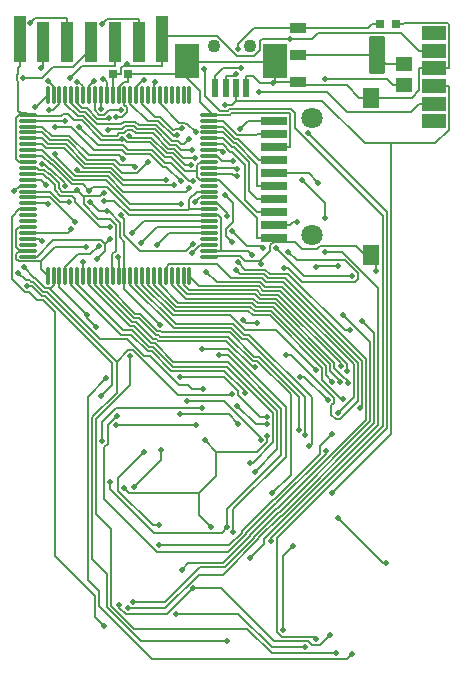
<source format=gbr>
%TF.GenerationSoftware,KiCad,Pcbnew,(6.0.2)*%
%TF.CreationDate,2022-11-22T14:27:25-06:00*%
%TF.ProjectId,REF1936,52454631-3933-4362-9e6b-696361645f70,rev?*%
%TF.SameCoordinates,Original*%
%TF.FileFunction,Copper,L2,Bot*%
%TF.FilePolarity,Positive*%
%FSLAX46Y46*%
G04 Gerber Fmt 4.6, Leading zero omitted, Abs format (unit mm)*
G04 Created by KiCad (PCBNEW (6.0.2)) date 2022-11-22 14:27:25*
%MOMM*%
%LPD*%
G01*
G04 APERTURE LIST*
G04 Aperture macros list*
%AMRoundRect*
0 Rectangle with rounded corners*
0 $1 Rounding radius*
0 $2 $3 $4 $5 $6 $7 $8 $9 X,Y pos of 4 corners*
0 Add a 4 corners polygon primitive as box body*
4,1,4,$2,$3,$4,$5,$6,$7,$8,$9,$2,$3,0*
0 Add four circle primitives for the rounded corners*
1,1,$1+$1,$2,$3*
1,1,$1+$1,$4,$5*
1,1,$1+$1,$6,$7*
1,1,$1+$1,$8,$9*
0 Add four rect primitives between the rounded corners*
20,1,$1+$1,$2,$3,$4,$5,0*
20,1,$1+$1,$4,$5,$6,$7,0*
20,1,$1+$1,$6,$7,$8,$9,0*
20,1,$1+$1,$8,$9,$2,$3,0*%
G04 Aperture macros list end*
%TA.AperFunction,ComponentPad*%
%ADD10R,2.000000X1.200000*%
%TD*%
%TA.AperFunction,SMDPad,CuDef*%
%ADD11R,1.450000X1.150000*%
%TD*%
%TA.AperFunction,SMDPad,CuDef*%
%ADD12R,1.000000X4.000000*%
%TD*%
%TA.AperFunction,SMDPad,CuDef*%
%ADD13R,1.000000X3.500000*%
%TD*%
%TA.AperFunction,SMDPad,CuDef*%
%ADD14R,2.250000X0.800000*%
%TD*%
%TA.AperFunction,SMDPad,CuDef*%
%ADD15R,1.400000X1.800000*%
%TD*%
%TA.AperFunction,ComponentPad*%
%ADD16C,1.800000*%
%TD*%
%TA.AperFunction,SMDPad,CuDef*%
%ADD17R,2.000000X3.000000*%
%TD*%
%TA.AperFunction,SMDPad,CuDef*%
%ADD18R,0.550000X1.630000*%
%TD*%
%TA.AperFunction,ComponentPad*%
%ADD19C,1.100000*%
%TD*%
%TA.AperFunction,SMDPad,CuDef*%
%ADD20R,0.800000X0.800000*%
%TD*%
%TA.AperFunction,SMDPad,CuDef*%
%ADD21RoundRect,0.093000X0.562000X-0.372000X0.562000X0.372000X-0.562000X0.372000X-0.562000X-0.372000X0*%
%TD*%
%TA.AperFunction,SMDPad,CuDef*%
%ADD22RoundRect,0.131000X0.524000X-1.489000X0.524000X1.489000X-0.524000X1.489000X-0.524000X-1.489000X0*%
%TD*%
%TA.AperFunction,SMDPad,CuDef*%
%ADD23RoundRect,0.075000X0.662500X0.075000X-0.662500X0.075000X-0.662500X-0.075000X0.662500X-0.075000X0*%
%TD*%
%TA.AperFunction,SMDPad,CuDef*%
%ADD24RoundRect,0.075000X0.075000X0.662500X-0.075000X0.662500X-0.075000X-0.662500X0.075000X-0.662500X0*%
%TD*%
%TA.AperFunction,ViaPad*%
%ADD25C,0.500000*%
%TD*%
%TA.AperFunction,Conductor*%
%ADD26C,0.200000*%
%TD*%
G04 APERTURE END LIST*
D10*
%TO.P,J5,1,Pin_1*%
%TO.N,/PIC.VPP*%
X169180000Y-74177000D03*
%TO.P,J5,2,Pin_2*%
%TO.N,/VCC*%
X169180000Y-75677000D03*
%TO.P,J5,3,Pin_3*%
%TO.N,/GND*%
X169180000Y-77177000D03*
%TO.P,J5,4,Pin_4*%
%TO.N,/USB.D+*%
X169180000Y-78677000D03*
%TO.P,J5,5,Pin_5*%
%TO.N,/USB.D-*%
X169180000Y-80177000D03*
%TO.P,J5,6,Pin_6*%
%TO.N,unconnected-(J5-Pad6)*%
X169180000Y-81677000D03*
%TD*%
D11*
%TO.P,L2,1,1*%
%TO.N,/VCC*%
X166688500Y-78624000D03*
%TO.P,L2,2,2*%
%TO.N,/VOUT*%
X166687500Y-76838000D03*
%TD*%
D12*
%TO.P,J3,1,Pin_1*%
%TO.N,/VCC*%
X146184000Y-74734000D03*
D13*
%TO.P,J3,2,Pin_2*%
%TO.N,/PIC.RC1*%
X144192000Y-74964000D03*
%TO.P,J3,3,Pin_3*%
%TO.N,/PIC.RC0*%
X142169000Y-74974000D03*
%TO.P,J3,4,Pin_4*%
%TO.N,/PIC.RC3*%
X140144000Y-74969000D03*
%TO.P,J3,5,Pin_5*%
%TO.N,/PIC.RC4*%
X138124000Y-74958000D03*
%TO.P,J3,6,Pin_6*%
%TO.N,/PIC.RC5*%
X136097000Y-74966000D03*
D12*
%TO.P,J3,7,Pin_7*%
%TO.N,/GND*%
X134115000Y-74732000D03*
%TD*%
D14*
%TO.P,J4,1,DAT2*%
%TO.N,/SD.Pin1*%
X155620000Y-81637500D03*
%TO.P,J4,2,DAT3/CD*%
%TO.N,/SD.Pin2*%
X155620000Y-82737500D03*
%TO.P,J4,3,CMD*%
%TO.N,/GND*%
X155620000Y-83837500D03*
%TO.P,J4,4,VDD*%
%TO.N,/SD.Pin4*%
X155620000Y-84937500D03*
%TO.P,J4,5,CLK*%
%TO.N,/VCC*%
X155620000Y-86037500D03*
%TO.P,J4,6,VSS*%
%TO.N,/SD.Pin6*%
X155620000Y-87137500D03*
%TO.P,J4,7,DAT0*%
%TO.N,/SD.Pin7*%
X155620000Y-88237500D03*
%TO.P,J4,8,DAT1*%
%TO.N,/SD.Pin8*%
X155620000Y-89337500D03*
%TO.P,J4,9,DET_B*%
%TO.N,/SD.Pin9*%
X155620000Y-90437500D03*
%TO.P,J4,10,DET_A*%
%TO.N,/GND*%
X155620000Y-91537500D03*
D15*
%TO.P,J4,11,SHIELD*%
X163833000Y-92964500D03*
X163839000Y-79659500D03*
D16*
%TO.P,J4,12*%
%TO.N,N/C*%
X158845000Y-91291500D03*
X158845000Y-81357500D03*
%TD*%
D17*
%TO.P,J2,1,Pin_1*%
%TO.N,/GND*%
X148309000Y-76523200D03*
X155733000Y-76525200D03*
D18*
X153270000Y-78863200D03*
%TO.P,J2,2,Pin_2*%
%TO.N,/USB.D+*%
X152436000Y-78868200D03*
%TO.P,J2,3,Pin_3*%
%TO.N,/USB.D-*%
X151566000Y-78868200D03*
%TO.P,J2,4,Pin_4*%
%TO.N,/USB.5V*%
X150692000Y-78867200D03*
D19*
%TO.P,J2,5*%
%TO.N,N/C*%
X150534835Y-75298800D03*
X153597000Y-75301200D03*
%TD*%
D20*
%TO.P,C7,1*%
%TO.N,/GND*%
X143328000Y-77647000D03*
%TO.P,C7,2*%
%TO.N,/VCC*%
X142019000Y-77646000D03*
%TD*%
%TO.P,C6,1*%
%TO.N,/GND*%
X165943500Y-73402500D03*
%TO.P,C6,2*%
%TO.N,/USB.5V*%
X164634500Y-73401500D03*
%TD*%
D21*
%TO.P,U2,1,GND*%
%TO.N,/GND*%
X157715000Y-78369000D03*
%TO.P,U2,2,VO*%
%TO.N,/VOUT*%
X157715000Y-76079000D03*
D22*
X164405000Y-76079000D03*
D21*
%TO.P,U2,3,VI*%
%TO.N,/USB.5V*%
X157715000Y-73789000D03*
%TD*%
D23*
%TO.P,U6,1,GND*%
%TO.N,/GND*%
X150156000Y-81113000D03*
%TO.P,U6,2,IO67RSB1/GAA2*%
%TO.N,/SD.Pin2*%
X150156000Y-81613000D03*
%TO.P,U6,3,IO68RSB1*%
%TO.N,/SD.Pin4*%
X150156000Y-82113000D03*
%TO.P,U6,4,IO69RSB1/GAB2*%
%TO.N,/SD.Pin6*%
X150156000Y-82613000D03*
%TO.P,U6,5,IO132RSB1*%
%TO.N,/SD.Pin7*%
X150156000Y-83113000D03*
%TO.P,U6,6,IO131RSB1/GAC2*%
%TO.N,/SD.Pin8*%
X150156000Y-83613000D03*
%TO.P,U6,7,IO130RSB1*%
%TO.N,/SD.Pin1*%
X150156000Y-84113000D03*
%TO.P,U6,8,IO129RSB1*%
%TO.N,/SD.Pin9*%
X150156000Y-84613000D03*
%TO.P,U6,9,GND*%
%TO.N,/GND*%
X150156000Y-85113000D03*
%TO.P,U6,10,IO124RSB1/GFB1*%
%TO.N,/Game.CS1*%
X150156000Y-85613000D03*
%TO.P,U6,11,IO123RSB1/GFB0*%
%TO.N,/Game.CS2*%
X150156000Y-86113000D03*
%TO.P,U6,12,VCOMPLF*%
%TO.N,/GND*%
X150156000Y-86613000D03*
%TO.P,U6,13,IO122RSB1/GFA0*%
%TO.N,unconnected-(U6-Pad13)*%
X150156000Y-87113000D03*
%TO.P,U6,14,VCCPLF*%
%TO.N,/Actel.VCC*%
X150156000Y-87613000D03*
%TO.P,U6,15,IO121RSB1/GFA1*%
%TO.N,/PIC.RC6*%
X150156000Y-88113000D03*
%TO.P,U6,16,IO120RSB1/GFA2*%
%TO.N,/PIC.RC7*%
X150156000Y-88613000D03*
%TO.P,U6,17,VCC*%
%TO.N,/Actel.VCC*%
X150156000Y-89113000D03*
%TO.P,U6,18,VCCIB1*%
%TO.N,/VCC*%
X150156000Y-89613000D03*
%TO.P,U6,19,IO111RSB1/GEC0*%
%TO.N,/PIC.RB6*%
X150156000Y-90113000D03*
%TO.P,U6,20,IO110RSB1/GEB1*%
%TO.N,/PIC.RB4*%
X150156000Y-90613000D03*
%TO.P,U6,21,IO109RSB1/GEB1*%
%TO.N,/PIC.RC2*%
X150156000Y-91113000D03*
%TO.P,U6,22,IO108RSB1/GEA1*%
%TO.N,unconnected-(U6-Pad22)*%
X150156000Y-91613000D03*
%TO.P,U6,23,IO107RSB1/GEA0*%
%TO.N,/PIC.CLKOUT*%
X150156000Y-92113000D03*
%TO.P,U6,24,VMV1*%
%TO.N,/VCC*%
X150156000Y-92613000D03*
%TO.P,U6,25,GNDQ*%
%TO.N,/GND*%
X150156000Y-93113000D03*
D24*
%TO.P,U6,26,IO106RSB1/GEA2*%
%TO.N,/SST.A2*%
X148493500Y-94775500D03*
%TO.P,U6,27,IO105RSB1/GEB2*%
%TO.N,/SST.A3*%
X147993500Y-94775500D03*
%TO.P,U6,28,IO104RSB1/GEC2*%
%TO.N,/SST.A4*%
X147493500Y-94775500D03*
%TO.P,U6,29,IO102RSB1*%
%TO.N,/SST.A5*%
X146993500Y-94775500D03*
%TO.P,U6,30,IO100RSB1*%
%TO.N,/SST.A6*%
X146493500Y-94775500D03*
%TO.P,U6,31,IO99RSB1*%
%TO.N,/SST.A7*%
X145993500Y-94775500D03*
%TO.P,U6,32,IO97RSB1*%
%TO.N,/SST.A8*%
X145493500Y-94775500D03*
%TO.P,U6,33,IO96RSB1*%
%TO.N,/SST.A18*%
X144993500Y-94775500D03*
%TO.P,U6,34,IO95RSB1*%
%TO.N,/SST.A19*%
X144493500Y-94775500D03*
%TO.P,U6,35,IO94RSB1*%
%TO.N,/SST.WE*%
X143993500Y-94775500D03*
%TO.P,U6,36,IO93RSB1*%
%TO.N,/SST.A20*%
X143493500Y-94775500D03*
%TO.P,U6,37,VCC*%
%TO.N,/Actel.VCC*%
X142993500Y-94775500D03*
%TO.P,U6,38,GND*%
%TO.N,/GND*%
X142493500Y-94775500D03*
%TO.P,U6,39,VCCIB1*%
%TO.N,/VCC*%
X141993500Y-94775500D03*
%TO.P,U6,40,IO87RSB1*%
%TO.N,/SST.A9*%
X141493500Y-94775500D03*
%TO.P,U6,41,IO84RSB1*%
%TO.N,/SST.A10*%
X140993500Y-94775500D03*
%TO.P,U6,42,IO81RSB1*%
%TO.N,/SST.A11*%
X140493500Y-94775500D03*
%TO.P,U6,43,IO75RSB1*%
%TO.N,/SST.A12*%
X139993500Y-94775500D03*
%TO.P,U6,44,IO72RSB1/GDC2*%
%TO.N,/SST.A13*%
X139493500Y-94775500D03*
%TO.P,U6,45,IO71RSB1/GDB2*%
%TO.N,/SST.A14*%
X138993500Y-94775500D03*
%TO.P,U6,46,IO70RSB1/GDA2*%
%TO.N,/SST.A15*%
X138493500Y-94775500D03*
%TO.P,U6,47,TCK*%
%TO.N,/PIC.RC1*%
X137993500Y-94775500D03*
%TO.P,U6,48,TDI*%
%TO.N,/PIC.RC0*%
X137493500Y-94775500D03*
%TO.P,U6,49,TMS*%
%TO.N,/PIC.RC3*%
X136993500Y-94775500D03*
%TO.P,U6,50,VMV1*%
%TO.N,/VCC*%
X136493500Y-94775500D03*
D23*
%TO.P,U6,51,GND*%
%TO.N,/GND*%
X134831000Y-93113000D03*
%TO.P,U6,52,VPUMP*%
%TO.N,/VCC*%
X134831000Y-92613000D03*
%TO.P,U6,53*%
%TO.N,N/C*%
X134831000Y-92113000D03*
%TO.P,U6,54,TDO*%
%TO.N,/PIC.RC4*%
X134831000Y-91613000D03*
%TO.P,U6,55,TRST*%
%TO.N,/PIC.RC5*%
X134831000Y-91113000D03*
%TO.P,U6,56,VJTAG*%
%TO.N,/VCC*%
X134831000Y-90613000D03*
%TO.P,U6,57,GDA1/IO65RSB0*%
%TO.N,unconnected-(U6-Pad57)*%
X134831000Y-90113000D03*
%TO.P,U6,58,GDC0/IO62RSB0*%
%TO.N,unconnected-(U6-Pad58)*%
X134831000Y-89613000D03*
%TO.P,U6,59,GDC1/IO61RSB0*%
%TO.N,/CLK*%
X134831000Y-89113000D03*
%TO.P,U6,60,GCC2/IO59RSB0*%
%TO.N,/Sys.CS1*%
X134831000Y-88613000D03*
%TO.P,U6,61,GCB2/IO58RSB0*%
%TO.N,/Sys.Reset*%
X134831000Y-88113000D03*
%TO.P,U6,62,GCA0/IO56RSB0*%
%TO.N,/Sys.CS2*%
X134831000Y-87613000D03*
%TO.P,U6,63,GCA1/IO55RSB0*%
%TO.N,/D0*%
X134831000Y-87113000D03*
%TO.P,U6,64,GCC0/IO52RSB0*%
%TO.N,/D1*%
X134831000Y-86613000D03*
%TO.P,U6,65,GCC1/IO51RSB0*%
%TO.N,/D2*%
X134831000Y-86113000D03*
%TO.P,U6,66,VCCIB0*%
%TO.N,/VCC*%
X134831000Y-85613000D03*
%TO.P,U6,67,GND*%
%TO.N,/GND*%
X134831000Y-85113000D03*
%TO.P,U6,68,VCC*%
%TO.N,/Actel.VCC*%
X134831000Y-84613000D03*
%TO.P,U6,69,IO47RSB1*%
%TO.N,/D3*%
X134831000Y-84113000D03*
%TO.P,U6,70,GBC2/IO45RSB0*%
%TO.N,/D4*%
X134831000Y-83613000D03*
%TO.P,U6,71,GBB2/IO43RSB0*%
%TO.N,/D5*%
X134831000Y-83113000D03*
%TO.P,U6,72,IO42RSB0*%
%TO.N,/D6*%
X134831000Y-82613000D03*
%TO.P,U6,73,GBA2/IO41RSB0*%
%TO.N,/D7*%
X134831000Y-82113000D03*
%TO.P,U6,74,VMV0*%
%TO.N,/VCC*%
X134831000Y-81613000D03*
%TO.P,U6,75,GNDQ*%
%TO.N,/GND*%
X134831000Y-81113000D03*
D24*
%TO.P,U6,76,GBA1/IO40RSB0*%
%TO.N,/SST.DQ7*%
X136493500Y-79450500D03*
%TO.P,U6,77,GBA0/IO39RSB0*%
%TO.N,/SST.DQ6*%
X136993500Y-79450500D03*
%TO.P,U6,78,GBB1/IO38RSB0*%
%TO.N,/SST.DQ5*%
X137493500Y-79450500D03*
%TO.P,U6,79,GBB0/IO37RSB0*%
%TO.N,/SST.DQ4*%
X137993500Y-79450500D03*
%TO.P,U6,80,GBC1/IO36RSB0*%
%TO.N,/SST.DQ3*%
X138493500Y-79450500D03*
%TO.P,U6,81,GBC0/IO35RSB0*%
%TO.N,/SST.DQ2*%
X138993500Y-79450500D03*
%TO.P,U6,82,IO32RSB0*%
%TO.N,/SST.DQ1*%
X139493500Y-79450500D03*
%TO.P,U6,83,IO28RSB0*%
%TO.N,/SST.DQ0*%
X139993500Y-79450500D03*
%TO.P,U6,84,IO25RSB0*%
%TO.N,/SST.OE*%
X140493500Y-79450500D03*
%TO.P,U6,85,IO22RSB0*%
%TO.N,/SST.CE*%
X140993500Y-79450500D03*
%TO.P,U6,86,IO19RSB0*%
%TO.N,/SST.A1*%
X141493500Y-79450500D03*
%TO.P,U6,87,VCCIB0*%
%TO.N,/VCC*%
X141993500Y-79450500D03*
%TO.P,U6,88,GND*%
%TO.N,/GND*%
X142493500Y-79450500D03*
%TO.P,U6,89,VCC*%
%TO.N,/Actel.VCC*%
X142993500Y-79450500D03*
%TO.P,U6,90,IO15RSB0*%
%TO.N,/SST.A0*%
X143493500Y-79450500D03*
%TO.P,U6,91,IO13RSB0*%
%TO.N,/SST.A17*%
X143993500Y-79450500D03*
%TO.P,U6,92,IO11RSB0*%
%TO.N,/SST.A16*%
X144493500Y-79450500D03*
%TO.P,U6,93,IO09RSB0*%
%TO.N,unconnected-(U6-Pad93)*%
X144993500Y-79450500D03*
%TO.P,U6,94,IO07RSB0*%
%TO.N,/IRQ*%
X145493500Y-79450500D03*
%TO.P,U6,95,GAC1/IO05RSB0*%
%TO.N,/Game.Reset*%
X145993500Y-79450500D03*
%TO.P,U6,96,GAC0/IO04RSB0*%
%TO.N,unconnected-(U6-Pad96)*%
X146493500Y-79450500D03*
%TO.P,U6,97,GAB1/IO03RSB0*%
%TO.N,unconnected-(U6-Pad97)*%
X146993500Y-79450500D03*
%TO.P,U6,98,GAB0/IO02RSB0*%
%TO.N,unconnected-(U6-Pad98)*%
X147493500Y-79450500D03*
%TO.P,U6,99,GAA1/IO01RSB0*%
%TO.N,unconnected-(U6-Pad99)*%
X147993500Y-79450500D03*
%TO.P,U6,100,GAA0/IO00RSB0*%
%TO.N,unconnected-(U6-Pad100)*%
X148493500Y-79450500D03*
%TD*%
D25*
%TO.N,/N{slash}C*%
X143691100Y-122365600D03*
X161509800Y-98057900D03*
%TO.N,/PIC.VPP*%
X152532300Y-105745500D03*
X155084600Y-107315200D03*
X157823800Y-103299800D03*
X160186800Y-105278800D03*
%TO.N,/USB.D-*%
X154349500Y-79179800D03*
X160047300Y-109614500D03*
X142339800Y-106631300D03*
X152455000Y-77651500D03*
%TO.N,/USB.D+*%
X144659400Y-109655100D03*
X145904200Y-115839500D03*
X145904200Y-117555800D03*
X160541000Y-108110600D03*
X160536500Y-113167900D03*
X151542500Y-80258200D03*
%TO.N,/USB.5V*%
X152635100Y-75528200D03*
X152885900Y-77127500D03*
%TO.N,/Game.Reset*%
X149011900Y-82607700D03*
%TO.N,/IRQ*%
X145615500Y-78306600D03*
X143412200Y-82884000D03*
X148641400Y-85381400D03*
X151500100Y-87886600D03*
X152081800Y-91892400D03*
X152427100Y-94261500D03*
X147844300Y-119616600D03*
%TO.N,/SST.A16*%
X147859500Y-82269200D03*
X157987900Y-86628600D03*
X159955700Y-89822500D03*
X159977500Y-92710900D03*
X153639000Y-118649400D03*
%TO.N,/SST.A17*%
X144657800Y-78165200D03*
X149736600Y-77218500D03*
X155375700Y-117160500D03*
X153030800Y-98468900D03*
X154182200Y-98732100D03*
%TO.N,/SST.A0*%
X147466200Y-82795600D03*
%TO.N,/SST.A1*%
X141210300Y-78088600D03*
%TO.N,/SST.CE*%
X141042800Y-80589600D03*
%TO.N,/SST.OE*%
X142661100Y-80684400D03*
%TO.N,/SST.DQ0*%
X140440500Y-78212500D03*
%TO.N,/SST.DQ1*%
X139005500Y-78300500D03*
X139173600Y-82115500D03*
X148828500Y-86756100D03*
X152605700Y-93605600D03*
X162104300Y-99359900D03*
%TO.N,/SST.DQ2*%
X162234900Y-94745100D03*
X155855100Y-92413000D03*
X148717300Y-84091200D03*
X141591400Y-82382200D03*
X141665300Y-81381900D03*
%TO.N,/SST.DQ3*%
X148448900Y-83133000D03*
%TO.N,/SST.DQ4*%
X148996700Y-84734800D03*
%TO.N,/SST.DQ5*%
X136600900Y-80703700D03*
X137090800Y-84463300D03*
X154760100Y-92410200D03*
X152122100Y-90995500D03*
X148454600Y-87334000D03*
%TO.N,/SST.DQ6*%
X156639000Y-101482200D03*
X149906800Y-94383700D03*
X147752300Y-86734100D03*
X137138000Y-82137800D03*
X136530800Y-78290200D03*
%TO.N,/SST.DQ7*%
X135385900Y-80472800D03*
X135985200Y-85267400D03*
X137926700Y-87117300D03*
X139005100Y-85790900D03*
X147197000Y-87101000D03*
X147665400Y-103310600D03*
X155084600Y-106665100D03*
%TO.N,/D7*%
X141463700Y-103424900D03*
X162266700Y-126742900D03*
X142841900Y-84872900D03*
%TO.N,/D6*%
X160902300Y-126662100D03*
X143496800Y-101555600D03*
X143866700Y-85523500D03*
%TO.N,/D5*%
X158530000Y-82672300D03*
X159236700Y-125536400D03*
X144998800Y-85104400D03*
%TO.N,/D4*%
X146471800Y-86599900D03*
X147661600Y-106476100D03*
X152596300Y-107268000D03*
%TO.N,/D3*%
X148250000Y-105358800D03*
X154526800Y-108665400D03*
X157249000Y-117658300D03*
X156416200Y-124754600D03*
X147769400Y-88698300D03*
%TO.N,/D2*%
X141757300Y-90618000D03*
X142673900Y-89624600D03*
X148755000Y-92060500D03*
X149565700Y-100959200D03*
X152219500Y-116456800D03*
%TO.N,/D1*%
X151716200Y-116032500D03*
X136339200Y-87037200D03*
X141787200Y-112207100D03*
X150997800Y-101464200D03*
%TO.N,/D0*%
X133664100Y-87571300D03*
X134003600Y-94485900D03*
X151693700Y-125707900D03*
X152138800Y-104733300D03*
%TO.N,/Sys.CS2*%
X138336700Y-88467700D03*
%TO.N,/Sys.Reset*%
X138832800Y-90170200D03*
%TO.N,/Sys.CS1*%
X136526800Y-88639400D03*
%TO.N,/CLK*%
X163127000Y-98555400D03*
X143272700Y-122866900D03*
X141226700Y-124384800D03*
%TO.N,/PIC.RC5*%
X135886000Y-77177100D03*
X138482700Y-90820400D03*
X141109900Y-108739200D03*
X149591300Y-105961500D03*
%TO.N,/PIC.RC4*%
X135973600Y-91789200D03*
X135018100Y-73377400D03*
X134775500Y-95623000D03*
X149009400Y-107356500D03*
X142281200Y-107399000D03*
X141044100Y-104943100D03*
%TO.N,/PIC.RC3*%
X134475000Y-94029700D03*
X134373100Y-77992000D03*
X149602000Y-104320600D03*
%TO.N,/PIC.RC0*%
X139851400Y-98027400D03*
X138393200Y-77990000D03*
X140589400Y-99061000D03*
%TO.N,/PIC.RC1*%
X141067500Y-73409700D03*
X140820000Y-92208200D03*
%TO.N,/SST.A15*%
X153168400Y-104645700D03*
%TO.N,/SST.A14*%
X153616900Y-110556700D03*
%TO.N,/SST.A13*%
X139458500Y-93611400D03*
X158306700Y-126213400D03*
X147344200Y-123367400D03*
%TO.N,/SST.A12*%
X154054500Y-111330500D03*
%TO.N,/SST.A11*%
X154026700Y-102488800D03*
%TO.N,/SST.A10*%
X155505000Y-113167400D03*
%TO.N,/SST.A9*%
X157762000Y-107787800D03*
%TO.N,/SST.A20*%
X158279700Y-108207000D03*
%TO.N,/SST.WE*%
X158639000Y-109183800D03*
%TO.N,/SST.A19*%
X159206100Y-102735500D03*
%TO.N,/SST.A18*%
X161517400Y-105154800D03*
%TO.N,/SST.A8*%
X160596600Y-103711500D03*
%TO.N,/SST.A7*%
X161246800Y-103733200D03*
%TO.N,/SST.A6*%
X162912600Y-105918600D03*
%TO.N,/SST.A5*%
X161897000Y-103804400D03*
%TO.N,/SST.A4*%
X161319400Y-102404100D03*
%TO.N,/SST.A3*%
X161862300Y-102780700D03*
%TO.N,/SST.A2*%
X161044200Y-106355900D03*
X161044200Y-115263900D03*
X165179400Y-119065900D03*
%TO.N,/PIC.CLKOUT*%
X148750100Y-92787800D03*
%TO.N,/PIC.RC2*%
X145724100Y-92112500D03*
%TO.N,/PIC.RB4*%
X144387100Y-91975100D03*
%TO.N,/PIC.RB6*%
X143631000Y-91152600D03*
%TO.N,/VCC*%
X142966100Y-112717600D03*
X150299500Y-115992100D03*
X159408900Y-86870400D03*
X156992900Y-74684300D03*
X155084600Y-108303700D03*
X153804500Y-92961600D03*
X141257400Y-88375600D03*
X141257400Y-87718900D03*
X161073000Y-93911300D03*
X159238800Y-93986200D03*
X139748900Y-92337400D03*
X137990500Y-81626300D03*
X138962500Y-87506800D03*
X143201300Y-76842700D03*
X149772600Y-108677900D03*
X160009000Y-78115000D03*
%TO.N,/PIC.RC7*%
X151703100Y-89662700D03*
%TO.N,/PIC.RC6*%
X149007500Y-88535900D03*
%TO.N,/Actel.VCC*%
X142315500Y-81311000D03*
X141513300Y-89301700D03*
X140092400Y-88529700D03*
X140024300Y-87529400D03*
X145991000Y-98903600D03*
X146121600Y-109468200D03*
X143807100Y-112623800D03*
%TO.N,/Game.CS2*%
X152534900Y-86327200D03*
X156870600Y-92721300D03*
X156502000Y-94098200D03*
%TO.N,/Game.CS1*%
X152481000Y-85677000D03*
%TO.N,/SD.Pin9*%
X152185500Y-85026800D03*
X157606700Y-90178200D03*
%TO.N,/SD.Pin1*%
X151314300Y-84292700D03*
X152742300Y-82325700D03*
%TO.N,/GND*%
X155568800Y-78426400D03*
X160408000Y-125164500D03*
X148830600Y-121193300D03*
X142565400Y-122654600D03*
X142767600Y-83159100D03*
X141755700Y-91646100D03*
X140641200Y-93349200D03*
X154582900Y-93709700D03*
X142466200Y-93132600D03*
X164300800Y-94298000D03*
%TD*%
D26*
%TO.N,/N{slash}C*%
X163797500Y-100345600D02*
X161509800Y-98057900D01*
X163797500Y-107067500D02*
X163797500Y-100345600D01*
X156147200Y-114717800D02*
X163797500Y-107067500D01*
X156077000Y-114717800D02*
X156147200Y-114717800D01*
X153966800Y-116828000D02*
X156077000Y-114717800D01*
X153966800Y-116920200D02*
X153966800Y-116828000D01*
X151484200Y-119402800D02*
X153966800Y-116920200D01*
X149418500Y-119402800D02*
X151484200Y-119402800D01*
X146455700Y-122365600D02*
X149418500Y-119402800D01*
X143691100Y-122365600D02*
X146455700Y-122365600D01*
%TO.N,/PIC.VPP*%
X154102000Y-107315200D02*
X152532300Y-105745500D01*
X155084600Y-107315200D02*
X154102000Y-107315200D01*
X158207800Y-103299800D02*
X157823800Y-103299800D01*
X160186800Y-105278800D02*
X158207800Y-103299800D01*
%TO.N,/USB.D-*%
X169180000Y-80177000D02*
X167929900Y-80177000D01*
X167242500Y-80864400D02*
X167929900Y-80177000D01*
X161842500Y-80864400D02*
X167242500Y-80864400D01*
X160157900Y-79179800D02*
X161842500Y-80864400D01*
X154349500Y-79179800D02*
X160157900Y-79179800D01*
X151566000Y-78868200D02*
X151566000Y-77803100D01*
X152303400Y-77803100D02*
X152455000Y-77651500D01*
X151566000Y-77803100D02*
X152303400Y-77803100D01*
X160047300Y-109827500D02*
X160047300Y-109614500D01*
X155857200Y-114017600D02*
X160047300Y-109827500D01*
X155787000Y-114017600D02*
X155857200Y-114017600D01*
X153266600Y-116538000D02*
X155787000Y-114017600D01*
X153266600Y-116630200D02*
X153266600Y-116538000D01*
X151778700Y-118118100D02*
X153266600Y-116630200D01*
X145741200Y-118118100D02*
X151778700Y-118118100D01*
X141285400Y-113662300D02*
X145741200Y-118118100D01*
X141285400Y-109271000D02*
X141285400Y-113662300D01*
X141610000Y-108946400D02*
X141285400Y-109271000D01*
X141610000Y-107361100D02*
X141610000Y-108946400D01*
X142339800Y-106631300D02*
X141610000Y-107361100D01*
%TO.N,/USB.D+*%
X169180000Y-78677000D02*
X170430100Y-78677000D01*
X145372700Y-115839500D02*
X145904200Y-115839500D01*
X142466000Y-112932800D02*
X145372700Y-115839500D01*
X142466000Y-111848500D02*
X142466000Y-112932800D01*
X144659400Y-109655100D02*
X142466000Y-111848500D01*
X159521800Y-109129800D02*
X160541000Y-108110600D01*
X159521800Y-109857900D02*
X159521800Y-109129800D01*
X155712200Y-113667500D02*
X159521800Y-109857900D01*
X155640900Y-113667500D02*
X155712200Y-113667500D01*
X152916500Y-116391900D02*
X155640900Y-113667500D01*
X152916500Y-116484700D02*
X152916500Y-116391900D01*
X151845400Y-117555800D02*
X152916500Y-116484700D01*
X145904200Y-117555800D02*
X151845400Y-117555800D01*
X152436000Y-78868200D02*
X152436000Y-79933300D01*
X165548000Y-108156400D02*
X165548000Y-83543100D01*
X160536500Y-113167900D02*
X165548000Y-108156400D01*
X169267600Y-83543100D02*
X165548000Y-83543100D01*
X170430100Y-82380600D02*
X169267600Y-83543100D01*
X170430100Y-78677000D02*
X170430100Y-82380600D01*
X159745000Y-79933300D02*
X152436000Y-79933300D01*
X163354800Y-83543100D02*
X159745000Y-79933300D01*
X165548000Y-83543100D02*
X163354800Y-83543100D01*
X152111100Y-80258200D02*
X152436000Y-79933300D01*
X151542500Y-80258200D02*
X152111100Y-80258200D01*
%TO.N,/USB.5V*%
X150692000Y-78867200D02*
X150692000Y-77802100D01*
X151366600Y-77127500D02*
X150692000Y-77802100D01*
X152885900Y-77127500D02*
X151366600Y-77127500D01*
X153927700Y-73789000D02*
X157715000Y-73789000D01*
X152635100Y-75081600D02*
X153927700Y-73789000D01*
X152635100Y-75528200D02*
X152635100Y-75081600D01*
X163596900Y-73789000D02*
X163984400Y-73401500D01*
X157715000Y-73789000D02*
X163596900Y-73789000D01*
X164634500Y-73401500D02*
X163984400Y-73401500D01*
%TO.N,/VOUT*%
X157715000Y-76079000D02*
X164405000Y-76079000D01*
X165164000Y-76838000D02*
X166687500Y-76838000D01*
X164405000Y-76079000D02*
X165164000Y-76838000D01*
%TO.N,/Game.Reset*%
X145993500Y-80156000D02*
X145993500Y-79450500D01*
X147629500Y-81792000D02*
X145993500Y-80156000D01*
X147652400Y-81769100D02*
X147629500Y-81792000D01*
X148066700Y-81769100D02*
X147652400Y-81769100D01*
X148166600Y-81869000D02*
X148066700Y-81769100D01*
X148273200Y-81869000D02*
X148166600Y-81869000D01*
X149011900Y-82607700D02*
X148273200Y-81869000D01*
%TO.N,/IRQ*%
X145493500Y-78428600D02*
X145615500Y-78306600D01*
X145493500Y-79450500D02*
X145493500Y-78428600D01*
X152203300Y-88589800D02*
X151500100Y-87886600D01*
X152203300Y-90162900D02*
X152203300Y-88589800D01*
X151581900Y-90784300D02*
X152203300Y-90162900D01*
X151581900Y-91392500D02*
X151581900Y-90784300D01*
X152081800Y-91892400D02*
X151581900Y-91392500D01*
X143573800Y-83045600D02*
X143412200Y-82884000D01*
X145270600Y-83045600D02*
X143573800Y-83045600D01*
X146571100Y-84346100D02*
X145270600Y-83045600D01*
X147066200Y-84346100D02*
X146571100Y-84346100D01*
X148101500Y-85381400D02*
X147066200Y-84346100D01*
X148641400Y-85381400D02*
X148101500Y-85381400D01*
X152740300Y-94574700D02*
X152427100Y-94261500D01*
X154786200Y-94574700D02*
X152740300Y-94574700D01*
X155160000Y-94948500D02*
X154786200Y-94574700D01*
X156582300Y-94948500D02*
X155160000Y-94948500D01*
X163447400Y-101813600D02*
X156582300Y-94948500D01*
X163447400Y-106922500D02*
X163447400Y-101813600D01*
X156002200Y-114367700D02*
X163447400Y-106922500D01*
X155932000Y-114367700D02*
X156002200Y-114367700D01*
X153616700Y-116683000D02*
X155932000Y-114367700D01*
X153616700Y-116775200D02*
X153616700Y-116683000D01*
X151339200Y-119052700D02*
X153616700Y-116775200D01*
X148408200Y-119052700D02*
X151339200Y-119052700D01*
X147844300Y-119616600D02*
X148408200Y-119052700D01*
%TO.N,/SST.A16*%
X144493500Y-80169300D02*
X144493500Y-79450500D01*
X145619300Y-81295100D02*
X144493500Y-80169300D01*
X145995600Y-81295100D02*
X145619300Y-81295100D01*
X147069600Y-82369100D02*
X145995600Y-81295100D01*
X147185500Y-82369100D02*
X147069600Y-82369100D01*
X147259100Y-82295500D02*
X147185500Y-82369100D01*
X147673400Y-82295500D02*
X147259100Y-82295500D01*
X147747000Y-82369100D02*
X147673400Y-82295500D01*
X147759600Y-82369100D02*
X147747000Y-82369100D01*
X147859500Y-82269200D02*
X147759600Y-82369100D01*
X154805900Y-117482500D02*
X153639000Y-118649400D01*
X154806000Y-117482500D02*
X154805900Y-117482500D01*
X154806000Y-117017900D02*
X154806000Y-117482500D01*
X156405900Y-115418000D02*
X154806000Y-117017900D01*
X156437200Y-115418000D02*
X156405900Y-115418000D01*
X164497700Y-107357500D02*
X156437200Y-115418000D01*
X164497700Y-95768600D02*
X164497700Y-107357500D01*
X161440000Y-92710900D02*
X164497700Y-95768600D01*
X159977500Y-92710900D02*
X161440000Y-92710900D01*
X159955700Y-88596400D02*
X159955700Y-89822500D01*
X157987900Y-86628600D02*
X159955700Y-88596400D01*
%TO.N,/SST.A17*%
X144565500Y-78165200D02*
X144657800Y-78165200D01*
X143993500Y-78737200D02*
X144565500Y-78165200D01*
X143993500Y-79450500D02*
X143993500Y-78737200D01*
X149810600Y-77292500D02*
X149736600Y-77218500D01*
X149810600Y-79484000D02*
X149810600Y-77292500D01*
X151084900Y-80758300D02*
X149810600Y-79484000D01*
X151749700Y-80758300D02*
X151084900Y-80758300D01*
X151874600Y-80633400D02*
X151749700Y-80758300D01*
X157095000Y-80633400D02*
X151874600Y-80633400D01*
X157396200Y-80934600D02*
X157095000Y-80633400D01*
X157396200Y-82245700D02*
X157396200Y-80934600D01*
X164847800Y-89697300D02*
X157396200Y-82245700D01*
X164847800Y-107502500D02*
X164847800Y-89697300D01*
X155375700Y-116974600D02*
X164847800Y-107502500D01*
X155375700Y-117160500D02*
X155375700Y-116974600D01*
X153294000Y-98732100D02*
X153030800Y-98468900D01*
X154182200Y-98732100D02*
X153294000Y-98732100D01*
%TO.N,/SST.A0*%
X143493500Y-80160800D02*
X143493500Y-79450500D01*
X144977900Y-81645200D02*
X143493500Y-80160800D01*
X145850600Y-81645200D02*
X144977900Y-81645200D01*
X147151100Y-82945700D02*
X145850600Y-81645200D01*
X147466200Y-82945700D02*
X147151100Y-82945700D01*
X147466200Y-82795600D02*
X147466200Y-82945700D01*
%TO.N,/SST.A1*%
X141493500Y-78371800D02*
X141210300Y-78088600D01*
X141493500Y-79450500D02*
X141493500Y-78371800D01*
%TO.N,/SST.CE*%
X140993500Y-80540300D02*
X141042800Y-80589600D01*
X140993500Y-79450500D02*
X140993500Y-80540300D01*
%TO.N,/SST.OE*%
X140493500Y-80747700D02*
X140493500Y-79450500D01*
X140839600Y-81093800D02*
X140493500Y-80747700D01*
X141245900Y-81093800D02*
X140839600Y-81093800D01*
X141655300Y-80684400D02*
X141245900Y-81093800D01*
X142661100Y-80684400D02*
X141655300Y-80684400D01*
%TO.N,/SST.DQ0*%
X139993500Y-78659500D02*
X140440500Y-78212500D01*
X139993500Y-79450500D02*
X139993500Y-78659500D01*
%TO.N,/SST.DQ1*%
X139075400Y-78300500D02*
X139005500Y-78300500D01*
X139493500Y-78718600D02*
X139075400Y-78300500D01*
X139493500Y-79450500D02*
X139493500Y-78718600D01*
X153224700Y-94224600D02*
X152605700Y-93605600D01*
X154931200Y-94224600D02*
X153224700Y-94224600D01*
X155305000Y-94598400D02*
X154931200Y-94224600D01*
X156872400Y-94598400D02*
X155305000Y-94598400D01*
X161633900Y-99359900D02*
X156872400Y-94598400D01*
X162104300Y-99359900D02*
X161633900Y-99359900D01*
X148486000Y-86756100D02*
X148828500Y-86756100D01*
X146900000Y-85170100D02*
X148486000Y-86756100D01*
X146404900Y-85170100D02*
X146900000Y-85170100D01*
X145330600Y-84095800D02*
X146404900Y-85170100D01*
X143267400Y-84095800D02*
X145330600Y-84095800D01*
X142830900Y-83659300D02*
X143267400Y-84095800D01*
X140717400Y-83659300D02*
X142830900Y-83659300D01*
X139173600Y-82115500D02*
X140717400Y-83659300D01*
%TO.N,/SST.DQ2*%
X158187200Y-94745100D02*
X162234900Y-94745100D01*
X155855100Y-92413000D02*
X158187200Y-94745100D01*
X138993500Y-80156000D02*
X138993500Y-79450500D01*
X139382300Y-80544800D02*
X138993500Y-80156000D01*
X139795500Y-80544800D02*
X139382300Y-80544800D01*
X140694800Y-81444100D02*
X139795500Y-80544800D01*
X141603100Y-81444100D02*
X140694800Y-81444100D01*
X141665300Y-81381900D02*
X141603100Y-81444100D01*
X141664700Y-82308900D02*
X141591400Y-82382200D01*
X142785000Y-82308900D02*
X141664700Y-82308900D01*
X143060100Y-82033800D02*
X142785000Y-82308900D01*
X143764400Y-82033800D02*
X143060100Y-82033800D01*
X144076000Y-82345400D02*
X143764400Y-82033800D01*
X145560600Y-82345400D02*
X144076000Y-82345400D01*
X146861100Y-83645900D02*
X145560600Y-82345400D01*
X147356200Y-83645900D02*
X146861100Y-83645900D01*
X147801500Y-84091200D02*
X147356200Y-83645900D01*
X148717300Y-84091200D02*
X147801500Y-84091200D01*
%TO.N,/SST.DQ3*%
X138493500Y-80151100D02*
X138493500Y-79450500D01*
X139237300Y-80894900D02*
X138493500Y-80151100D01*
X139650500Y-80894900D02*
X139237300Y-80894900D01*
X140637600Y-81882000D02*
X139650500Y-80894900D01*
X142716800Y-81882000D02*
X140637600Y-81882000D01*
X142915100Y-81683700D02*
X142716800Y-81882000D01*
X143909400Y-81683700D02*
X142915100Y-81683700D01*
X144221000Y-81995300D02*
X143909400Y-81683700D01*
X145705600Y-81995300D02*
X144221000Y-81995300D01*
X147006100Y-83295800D02*
X145705600Y-81995300D01*
X147501200Y-83295800D02*
X147006100Y-83295800D01*
X147783800Y-83578400D02*
X147501200Y-83295800D01*
X148003500Y-83578400D02*
X147783800Y-83578400D01*
X148448900Y-83133000D02*
X148003500Y-83578400D01*
%TO.N,/SST.DQ4*%
X137993500Y-80188800D02*
X137993500Y-79450500D01*
X139049700Y-81245000D02*
X137993500Y-80188800D01*
X139505500Y-81245000D02*
X139049700Y-81245000D01*
X141142800Y-82882300D02*
X139505500Y-81245000D01*
X142337200Y-82882300D02*
X141142800Y-82882300D01*
X142560500Y-82659000D02*
X142337200Y-82882300D01*
X142930000Y-82659000D02*
X142560500Y-82659000D01*
X143205100Y-82383900D02*
X142930000Y-82659000D01*
X143619400Y-82383900D02*
X143205100Y-82383900D01*
X143931000Y-82695500D02*
X143619400Y-82383900D01*
X145415600Y-82695500D02*
X143931000Y-82695500D01*
X146716100Y-83996000D02*
X145415600Y-82695500D01*
X147211200Y-83996000D02*
X146716100Y-83996000D01*
X147950000Y-84734800D02*
X147211200Y-83996000D01*
X148996700Y-84734800D02*
X147950000Y-84734800D01*
%TO.N,/SST.DQ5*%
X153389400Y-92262800D02*
X152122100Y-90995500D01*
X154612800Y-92262800D02*
X153389400Y-92262800D01*
X154612800Y-92262900D02*
X154612800Y-92262800D01*
X154760100Y-92410200D02*
X154612800Y-92262900D01*
X136950700Y-80703700D02*
X136600900Y-80703700D01*
X137493500Y-80160900D02*
X136950700Y-80703700D01*
X137493500Y-79450500D02*
X137493500Y-80160900D01*
X137090800Y-84583900D02*
X137090800Y-84463300D01*
X138813400Y-86306500D02*
X137090800Y-84583900D01*
X141587900Y-86306500D02*
X138813400Y-86306500D01*
X142898300Y-87616900D02*
X141587900Y-86306500D01*
X148171700Y-87616900D02*
X142898300Y-87616900D01*
X148454600Y-87334000D02*
X148171700Y-87616900D01*
%TO.N,/SST.DQ6*%
X136993500Y-78752900D02*
X136530800Y-78290200D01*
X136993500Y-79450500D02*
X136993500Y-78752900D01*
X146538400Y-85520200D02*
X147752300Y-86734100D01*
X146259900Y-85520200D02*
X146538400Y-85520200D01*
X145185600Y-84445900D02*
X146259900Y-85520200D01*
X143122400Y-84445900D02*
X145185600Y-84445900D01*
X142767600Y-84091100D02*
X143122400Y-84445900D01*
X140399500Y-84091100D02*
X142767600Y-84091100D01*
X138446200Y-82137800D02*
X140399500Y-84091100D01*
X137138000Y-82137800D02*
X138446200Y-82137800D01*
X150798000Y-95274900D02*
X149906800Y-94383700D01*
X154496200Y-95274900D02*
X150798000Y-95274900D01*
X154877400Y-95656100D02*
X154496200Y-95274900D01*
X156299700Y-95656100D02*
X154877400Y-95656100D01*
X162747200Y-102103600D02*
X156299700Y-95656100D01*
X162747200Y-105376800D02*
X162747200Y-102103600D01*
X161238100Y-106885900D02*
X162747200Y-105376800D01*
X160862900Y-106885900D02*
X161238100Y-106885900D01*
X160506200Y-106529200D02*
X160862900Y-106885900D01*
X160506200Y-105714300D02*
X160506200Y-106529200D01*
X160710700Y-105509800D02*
X160506200Y-105714300D01*
X160710700Y-105095400D02*
X160710700Y-105509800D01*
X157097500Y-101482200D02*
X160710700Y-105095400D01*
X156639000Y-101482200D02*
X157097500Y-101482200D01*
%TO.N,/SST.DQ7*%
X135471200Y-80472800D02*
X135385900Y-80472800D01*
X136493500Y-79450500D02*
X135471200Y-80472800D01*
X154480600Y-106665100D02*
X155084600Y-106665100D01*
X152639000Y-104823500D02*
X154480600Y-106665100D01*
X152639000Y-104512700D02*
X152639000Y-104823500D01*
X151436900Y-103310600D02*
X152639000Y-104512700D01*
X147665400Y-103310600D02*
X151436900Y-103310600D01*
X137926700Y-86927000D02*
X137926700Y-87117300D01*
X136663300Y-85663600D02*
X137926700Y-86927000D01*
X136593700Y-85663600D02*
X136663300Y-85663600D01*
X136197500Y-85267400D02*
X136593700Y-85663600D01*
X135985200Y-85267400D02*
X136197500Y-85267400D01*
X139170600Y-85956400D02*
X139005100Y-85790900D01*
X141732900Y-85956400D02*
X139170600Y-85956400D01*
X142877500Y-87101000D02*
X141732900Y-85956400D01*
X147197000Y-87101000D02*
X142877500Y-87101000D01*
%TO.N,/D7*%
X161843500Y-127166100D02*
X162266700Y-126742900D01*
X145311000Y-127166100D02*
X161843500Y-127166100D01*
X140831600Y-122686700D02*
X145311000Y-127166100D01*
X140831600Y-121405900D02*
X140831600Y-122686700D01*
X139901800Y-120476100D02*
X140831600Y-121405900D01*
X139901800Y-104986800D02*
X139901800Y-120476100D01*
X141463700Y-103424900D02*
X139901800Y-104986800D01*
X136020000Y-82113000D02*
X134831000Y-82113000D01*
X136819800Y-82912800D02*
X136020000Y-82113000D01*
X138319800Y-82912800D02*
X136819800Y-82912800D01*
X139963000Y-84556000D02*
X138319800Y-82912800D01*
X142525000Y-84556000D02*
X139963000Y-84556000D01*
X142841900Y-84872900D02*
X142525000Y-84556000D01*
%TO.N,/D6*%
X160841200Y-126723200D02*
X160902300Y-126662100D01*
X155489700Y-126723200D02*
X160841200Y-126723200D01*
X153386500Y-124620000D02*
X155489700Y-126723200D01*
X143823300Y-124620000D02*
X153386500Y-124620000D01*
X141881900Y-122678600D02*
X143823300Y-124620000D01*
X141881900Y-116192900D02*
X141881900Y-122678600D01*
X140609800Y-114920800D02*
X141881900Y-116192900D01*
X140609800Y-106870900D02*
X140609800Y-114920800D01*
X143496800Y-103983900D02*
X140609800Y-106870900D01*
X143496800Y-101555600D02*
X143496800Y-103983900D01*
X136024900Y-82613000D02*
X134831000Y-82613000D01*
X136674800Y-83262900D02*
X136024900Y-82613000D01*
X138174800Y-83262900D02*
X136674800Y-83262900D01*
X139818000Y-84906100D02*
X138174800Y-83262900D01*
X142167900Y-84906100D02*
X139818000Y-84906100D01*
X142634800Y-85373000D02*
X142167900Y-84906100D01*
X143716200Y-85373000D02*
X142634800Y-85373000D01*
X143866700Y-85523500D02*
X143716200Y-85373000D01*
%TO.N,/D5*%
X165197900Y-89340200D02*
X158530000Y-82672300D01*
X165197900Y-107647500D02*
X165197900Y-89340200D01*
X155900100Y-116945300D02*
X165197900Y-107647500D01*
X155900100Y-124946000D02*
X155900100Y-116945300D01*
X156296500Y-125342400D02*
X155900100Y-124946000D01*
X159042700Y-125342400D02*
X156296500Y-125342400D01*
X159236700Y-125536400D02*
X159042700Y-125342400D01*
X136029800Y-83113000D02*
X134831000Y-83113000D01*
X136529800Y-83613000D02*
X136029800Y-83113000D01*
X138029800Y-83613000D02*
X136529800Y-83613000D01*
X139673000Y-85256200D02*
X138029800Y-83613000D01*
X142022900Y-85256200D02*
X139673000Y-85256200D01*
X142795800Y-86029100D02*
X142022900Y-85256200D01*
X144074100Y-86029100D02*
X142795800Y-86029100D01*
X144998800Y-85104400D02*
X144074100Y-86029100D01*
%TO.N,/D4*%
X151804400Y-106476100D02*
X152596300Y-107268000D01*
X147661600Y-106476100D02*
X151804400Y-106476100D01*
X136034700Y-83613000D02*
X134831000Y-83613000D01*
X136384800Y-83963100D02*
X136034700Y-83613000D01*
X137884800Y-83963100D02*
X136384800Y-83963100D01*
X139528000Y-85606300D02*
X137884800Y-83963100D01*
X141877900Y-85606300D02*
X139528000Y-85606300D01*
X142871500Y-86599900D02*
X141877900Y-85606300D01*
X146471800Y-86599900D02*
X142871500Y-86599900D01*
%TO.N,/D3*%
X156416200Y-118491100D02*
X156416200Y-124754600D01*
X157249000Y-117658300D02*
X156416200Y-118491100D01*
X154526800Y-108453200D02*
X154526800Y-108665400D01*
X151432400Y-105358800D02*
X154526800Y-108453200D01*
X148250000Y-105358800D02*
X151432400Y-105358800D01*
X136033300Y-84113000D02*
X134831000Y-84113000D01*
X136883700Y-84963400D02*
X136033300Y-84113000D01*
X136975200Y-84963400D02*
X136883700Y-84963400D01*
X138668400Y-86656600D02*
X136975200Y-84963400D01*
X141442900Y-86656600D02*
X138668400Y-86656600D01*
X143484600Y-88698300D02*
X141442900Y-86656600D01*
X147769400Y-88698300D02*
X143484600Y-88698300D01*
%TO.N,/D2*%
X151754500Y-100959200D02*
X149565700Y-100959200D01*
X156650700Y-105855400D02*
X151754500Y-100959200D01*
X156650700Y-110070600D02*
X156650700Y-105855400D01*
X152219500Y-114501800D02*
X156650700Y-110070600D01*
X152219500Y-116456800D02*
X152219500Y-114501800D01*
X140947000Y-90618000D02*
X141757300Y-90618000D01*
X138837000Y-88508000D02*
X140947000Y-90618000D01*
X138837000Y-88260700D02*
X138837000Y-88508000D01*
X138543900Y-87967600D02*
X138837000Y-88260700D01*
X137552600Y-87967600D02*
X138543900Y-87967600D01*
X137076500Y-87491500D02*
X137552600Y-87967600D01*
X137076500Y-87067000D02*
X137076500Y-87491500D01*
X136516000Y-86506500D02*
X137076500Y-87067000D01*
X136446400Y-86506500D02*
X136516000Y-86506500D01*
X136075300Y-86135400D02*
X136446400Y-86506500D01*
X134853400Y-86135400D02*
X136075300Y-86135400D01*
X134831000Y-86113000D02*
X134853400Y-86135400D01*
X142957600Y-89908300D02*
X142673900Y-89624600D01*
X142957600Y-91253100D02*
X142957600Y-89908300D01*
X144333000Y-92628500D02*
X142957600Y-91253100D01*
X148187000Y-92628500D02*
X144333000Y-92628500D01*
X148755000Y-92060500D02*
X148187000Y-92628500D01*
%TO.N,/D1*%
X135915000Y-86613000D02*
X136339200Y-87037200D01*
X134831000Y-86613000D02*
X135915000Y-86613000D01*
X151253400Y-116495300D02*
X151716200Y-116032500D01*
X145513900Y-116495300D02*
X151253400Y-116495300D01*
X141787200Y-112768600D02*
X145513900Y-116495300D01*
X141787200Y-112207100D02*
X141787200Y-112768600D01*
X151756900Y-101464200D02*
X150997800Y-101464200D01*
X156285000Y-105992300D02*
X151756900Y-101464200D01*
X156285000Y-109941000D02*
X156285000Y-105992300D01*
X151716200Y-114509800D02*
X156285000Y-109941000D01*
X151716200Y-116032500D02*
X151716200Y-114509800D01*
%TO.N,/D0*%
X134122400Y-87113000D02*
X133664100Y-87571300D01*
X134831000Y-87113000D02*
X134122400Y-87113000D01*
X136442900Y-96117100D02*
X142328300Y-102002500D01*
X136129900Y-96117100D02*
X136442900Y-96117100D01*
X135265500Y-95252700D02*
X136129900Y-96117100D01*
X135112500Y-95252700D02*
X135265500Y-95252700D01*
X134982700Y-95122900D02*
X135112500Y-95252700D01*
X134640600Y-95122900D02*
X134982700Y-95122900D01*
X134003600Y-94485900D02*
X134640600Y-95122900D01*
X142328300Y-104657300D02*
X142328300Y-102002500D01*
X140259700Y-106725900D02*
X142328300Y-104657300D01*
X140259700Y-118760600D02*
X140259700Y-106725900D01*
X141531800Y-120032700D02*
X140259700Y-118760600D01*
X141531800Y-122823600D02*
X141531800Y-120032700D01*
X144416100Y-125707900D02*
X141531800Y-122823600D01*
X151693700Y-125707900D02*
X144416100Y-125707900D01*
X152013500Y-104858600D02*
X152138800Y-104733300D01*
X147511600Y-104858600D02*
X152013500Y-104858600D01*
X143689700Y-101036700D02*
X147511600Y-104858600D01*
X143294100Y-101036700D02*
X143689700Y-101036700D01*
X142328300Y-102002500D02*
X143294100Y-101036700D01*
%TO.N,/Sys.CS2*%
X137557600Y-88467700D02*
X138336700Y-88467700D01*
X136702900Y-87613000D02*
X137557600Y-88467700D01*
X134831000Y-87613000D02*
X136702900Y-87613000D01*
%TO.N,/Sys.Reset*%
X138765000Y-90170200D02*
X138832800Y-90170200D01*
X136707800Y-88113000D02*
X138765000Y-90170200D01*
X134831000Y-88113000D02*
X136707800Y-88113000D01*
%TO.N,/Sys.CS1*%
X136500400Y-88613000D02*
X136526800Y-88639400D01*
X134831000Y-88613000D02*
X136500400Y-88613000D01*
%TO.N,/CLK*%
X140481500Y-123639600D02*
X141226700Y-124384800D01*
X140481500Y-121817200D02*
X140481500Y-123639600D01*
X137127900Y-118463600D02*
X140481500Y-121817200D01*
X137127900Y-97823500D02*
X137127900Y-118463600D01*
X136121700Y-96817300D02*
X137127900Y-97823500D01*
X135604700Y-96817300D02*
X136121700Y-96817300D01*
X134910500Y-96123100D02*
X135604700Y-96817300D01*
X134568400Y-96123100D02*
X134910500Y-96123100D01*
X133485200Y-95039900D02*
X134568400Y-96123100D01*
X133485200Y-89732800D02*
X133485200Y-95039900D01*
X134105000Y-89113000D02*
X133485200Y-89732800D01*
X134831000Y-89113000D02*
X134105000Y-89113000D01*
X164147600Y-99576000D02*
X163127000Y-98555400D01*
X164147600Y-107212500D02*
X164147600Y-99576000D01*
X156292200Y-115067900D02*
X164147600Y-107212500D01*
X156222000Y-115067900D02*
X156292200Y-115067900D01*
X154316900Y-116973000D02*
X156222000Y-115067900D01*
X154316900Y-117065200D02*
X154316900Y-116973000D01*
X151341500Y-120040600D02*
X154316900Y-117065200D01*
X149275800Y-120040600D02*
X151341500Y-120040600D01*
X146449500Y-122866900D02*
X149275800Y-120040600D01*
X143272700Y-122866900D02*
X146449500Y-122866900D01*
%TO.N,/PIC.RC5*%
X136097000Y-74966000D02*
X136097000Y-76966100D01*
X136097000Y-76966100D02*
X135886000Y-77177100D01*
X138190100Y-91113000D02*
X138482700Y-90820400D01*
X134831000Y-91113000D02*
X138190100Y-91113000D01*
X141109900Y-107151300D02*
X141109900Y-108739200D01*
X142299700Y-105961500D02*
X141109900Y-107151300D01*
X149591300Y-105961500D02*
X142299700Y-105961500D01*
%TO.N,/PIC.RC4*%
X138124000Y-74958000D02*
X138124000Y-72957900D01*
X135437600Y-72957900D02*
X135018100Y-73377400D01*
X138124000Y-72957900D02*
X135437600Y-72957900D01*
X135797400Y-91613000D02*
X135973600Y-91789200D01*
X134831000Y-91613000D02*
X135797400Y-91613000D01*
X141964000Y-104023200D02*
X141044100Y-104943100D01*
X141964000Y-102133300D02*
X141964000Y-104023200D01*
X136297900Y-96467200D02*
X141964000Y-102133300D01*
X135984900Y-96467200D02*
X136297900Y-96467200D01*
X135140700Y-95623000D02*
X135984900Y-96467200D01*
X134775500Y-95623000D02*
X135140700Y-95623000D01*
X142323700Y-107356500D02*
X149009400Y-107356500D01*
X142281200Y-107399000D02*
X142323700Y-107356500D01*
%TO.N,/PIC.RC3*%
X140144000Y-75548600D02*
X140144000Y-74969000D01*
X138657500Y-77035100D02*
X140144000Y-75548600D01*
X136929600Y-77035100D02*
X138657500Y-77035100D01*
X135972700Y-77992000D02*
X136929600Y-77035100D01*
X134373100Y-77992000D02*
X135972700Y-77992000D01*
X136993500Y-95551100D02*
X136993500Y-94775500D01*
X136682800Y-95861800D02*
X136993500Y-95551100D01*
X135347900Y-94902600D02*
X134475000Y-94029700D01*
X135410500Y-94902600D02*
X135347900Y-94902600D01*
X136274900Y-95767000D02*
X135410500Y-94902600D01*
X136587900Y-95767000D02*
X136274900Y-95767000D01*
X136682800Y-95861800D02*
X136587900Y-95767000D01*
X140891000Y-100070100D02*
X136682800Y-95861800D01*
X143222600Y-100070100D02*
X140891000Y-100070100D01*
X144659900Y-101507400D02*
X143222600Y-100070100D01*
X145155000Y-101507400D02*
X144659900Y-101507400D01*
X147618100Y-103970500D02*
X145155000Y-101507400D01*
X148375600Y-103970500D02*
X147618100Y-103970500D01*
X148725700Y-104320600D02*
X148375600Y-103970500D01*
X149602000Y-104320600D02*
X148725700Y-104320600D01*
%TO.N,/PIC.RC0*%
X142169000Y-74974000D02*
X142169000Y-76974100D01*
X139409100Y-76974100D02*
X138393200Y-77990000D01*
X142169000Y-76974100D02*
X139409100Y-76974100D01*
X137493500Y-95669500D02*
X139851400Y-98027400D01*
X137493500Y-94775500D02*
X137493500Y-95669500D01*
X139851400Y-98323000D02*
X139851400Y-98027400D01*
X140589400Y-99061000D02*
X139851400Y-98323000D01*
%TO.N,/PIC.RC1*%
X141513300Y-72963900D02*
X141067500Y-73409700D01*
X144192000Y-72963900D02*
X141513300Y-72963900D01*
X144192000Y-74964000D02*
X144192000Y-72963900D01*
X140089700Y-92938500D02*
X140820000Y-92208200D01*
X139089500Y-92938500D02*
X140089700Y-92938500D01*
X137993500Y-94034500D02*
X139089500Y-92938500D01*
X137993500Y-94775500D02*
X137993500Y-94034500D01*
%TO.N,/SST.A15*%
X153168400Y-104539500D02*
X153168400Y-104645700D01*
X151439400Y-102810500D02*
X153168400Y-104539500D01*
X146953200Y-102810500D02*
X151439400Y-102810500D01*
X145296900Y-101154200D02*
X146953200Y-102810500D01*
X144961000Y-101154200D02*
X145296900Y-101154200D01*
X143526800Y-99720000D02*
X144961000Y-101154200D01*
X142717700Y-99720000D02*
X143526800Y-99720000D01*
X138493500Y-95495800D02*
X142717700Y-99720000D01*
X138493500Y-94775500D02*
X138493500Y-95495800D01*
%TO.N,/SST.A14*%
X153838100Y-110556700D02*
X153616900Y-110556700D01*
X155584800Y-108810000D02*
X153838100Y-110556700D01*
X155584800Y-106354600D02*
X155584800Y-108810000D01*
X151690500Y-102460300D02*
X155584800Y-106354600D01*
X147098100Y-102460300D02*
X151690500Y-102460300D01*
X145441900Y-100804100D02*
X147098100Y-102460300D01*
X145106000Y-100804100D02*
X145441900Y-100804100D01*
X143671800Y-99369900D02*
X145106000Y-100804100D01*
X142887300Y-99369900D02*
X143671800Y-99369900D01*
X138993500Y-95476100D02*
X142887300Y-99369900D01*
X138993500Y-94775500D02*
X138993500Y-95476100D01*
%TO.N,/SST.A13*%
X139458500Y-94740500D02*
X139458500Y-93611400D01*
X139493500Y-94775500D02*
X139458500Y-94740500D01*
X152629000Y-123367400D02*
X147344200Y-123367400D01*
X155475000Y-126213400D02*
X152629000Y-123367400D01*
X158306700Y-126213400D02*
X155475000Y-126213400D01*
%TO.N,/SST.A12*%
X155934900Y-109450100D02*
X154054500Y-111330500D01*
X155934900Y-106209600D02*
X155934900Y-109450100D01*
X151730800Y-102005500D02*
X155934900Y-106209600D01*
X147138400Y-102005500D02*
X151730800Y-102005500D01*
X145586900Y-100454000D02*
X147138400Y-102005500D01*
X145251000Y-100454000D02*
X145586900Y-100454000D01*
X143816800Y-99019800D02*
X145251000Y-100454000D01*
X143473800Y-99019800D02*
X143816800Y-99019800D01*
X139993500Y-95539500D02*
X143473800Y-99019800D01*
X139993500Y-94775500D02*
X139993500Y-95539500D01*
%TO.N,/SST.A11*%
X153859100Y-102488800D02*
X154026700Y-102488800D01*
X151613000Y-100242700D02*
X153859100Y-102488800D01*
X145870700Y-100242700D02*
X151613000Y-100242700D01*
X145731900Y-100103900D02*
X145870700Y-100242700D01*
X145396000Y-100103900D02*
X145731900Y-100103900D01*
X143961800Y-98669700D02*
X145396000Y-100103900D01*
X143622300Y-98669700D02*
X143961800Y-98669700D01*
X140493500Y-95540900D02*
X143622300Y-98669700D01*
X140493500Y-94775500D02*
X140493500Y-95540900D01*
%TO.N,/SST.A10*%
X157057200Y-111615200D02*
X155505000Y-113167400D01*
X157057200Y-104784000D02*
X157057200Y-111615200D01*
X154252300Y-101979100D02*
X157057200Y-104784000D01*
X153844500Y-101979100D02*
X154252300Y-101979100D01*
X151758000Y-99892600D02*
X153844500Y-101979100D01*
X146015700Y-99892600D02*
X151758000Y-99892600D01*
X145876900Y-99753800D02*
X146015700Y-99892600D01*
X145638900Y-99753800D02*
X145876900Y-99753800D01*
X144204700Y-98319600D02*
X145638900Y-99753800D01*
X143772700Y-98319600D02*
X144204700Y-98319600D01*
X140993500Y-95540400D02*
X143772700Y-98319600D01*
X140993500Y-94775500D02*
X140993500Y-95540400D01*
%TO.N,/SST.A9*%
X157762000Y-104993700D02*
X157762000Y-107787800D01*
X154397300Y-101629000D02*
X157762000Y-104993700D01*
X153989500Y-101629000D02*
X154397300Y-101629000D01*
X151903000Y-99542500D02*
X153989500Y-101629000D01*
X146160700Y-99542500D02*
X151903000Y-99542500D01*
X146021900Y-99403700D02*
X146160700Y-99542500D01*
X145783900Y-99403700D02*
X146021900Y-99403700D01*
X144349800Y-97969600D02*
X145783900Y-99403700D01*
X144349800Y-97969500D02*
X144349800Y-97969600D01*
X143919500Y-97969500D02*
X144349800Y-97969500D01*
X141493500Y-95543500D02*
X143919500Y-97969500D01*
X141493500Y-94775500D02*
X141493500Y-95543500D01*
%TO.N,/SST.A20*%
X158279700Y-104986600D02*
X158279700Y-108207000D01*
X153400500Y-100107400D02*
X158279700Y-104986600D01*
X152963000Y-100107400D02*
X153400500Y-100107400D01*
X152048000Y-99192400D02*
X152963000Y-100107400D01*
X147195200Y-99192400D02*
X152048000Y-99192400D01*
X143493500Y-95490700D02*
X147195200Y-99192400D01*
X143493500Y-94775500D02*
X143493500Y-95490700D01*
%TO.N,/SST.WE*%
X158837300Y-108985500D02*
X158639000Y-109183800D01*
X158837300Y-105049100D02*
X158837300Y-108985500D01*
X153545500Y-99757300D02*
X158837300Y-105049100D01*
X153108000Y-99757300D02*
X153545500Y-99757300D01*
X152193000Y-98842300D02*
X153108000Y-99757300D01*
X147352400Y-98842300D02*
X152193000Y-98842300D01*
X143993500Y-95483400D02*
X147352400Y-98842300D01*
X143993500Y-94775500D02*
X143993500Y-95483400D01*
%TO.N,/SST.A19*%
X144493500Y-95488100D02*
X144493500Y-94775500D01*
X147088300Y-98082900D02*
X144493500Y-95488100D01*
X151928700Y-98082900D02*
X147088300Y-98082900D01*
X153191200Y-99345400D02*
X151928700Y-98082900D01*
X155816000Y-99345400D02*
X153191200Y-99345400D01*
X159206100Y-102735500D02*
X155816000Y-99345400D01*
%TO.N,/SST.A18*%
X144993500Y-95485200D02*
X144993500Y-94775500D01*
X147233900Y-97725600D02*
X144993500Y-95485200D01*
X153481200Y-97725600D02*
X147233900Y-97725600D01*
X153862400Y-98106800D02*
X153481200Y-97725600D01*
X155284700Y-98106800D02*
X153862400Y-98106800D01*
X159706200Y-102528300D02*
X155284700Y-98106800D01*
X159706200Y-103528500D02*
X159706200Y-102528300D01*
X161332500Y-105154800D02*
X159706200Y-103528500D01*
X161517400Y-105154800D02*
X161332500Y-105154800D01*
%TO.N,/SST.A8*%
X145493500Y-95490000D02*
X145493500Y-94775500D01*
X147379000Y-97375500D02*
X145493500Y-95490000D01*
X153626200Y-97375500D02*
X147379000Y-97375500D01*
X154007400Y-97756700D02*
X153626200Y-97375500D01*
X155429700Y-97756700D02*
X154007400Y-97756700D01*
X160056300Y-102383300D02*
X155429700Y-97756700D01*
X160056300Y-103171200D02*
X160056300Y-102383300D01*
X160596600Y-103711500D02*
X160056300Y-103171200D01*
%TO.N,/SST.A7*%
X145993500Y-95473600D02*
X145993500Y-94775500D01*
X147545300Y-97025400D02*
X145993500Y-95473600D01*
X153771200Y-97025400D02*
X147545300Y-97025400D01*
X154152400Y-97406600D02*
X153771200Y-97025400D01*
X155574700Y-97406600D02*
X154152400Y-97406600D01*
X160406400Y-102238300D02*
X155574700Y-97406600D01*
X160406400Y-102814000D02*
X160406400Y-102238300D01*
X161246800Y-103654400D02*
X160406400Y-102814000D01*
X161246800Y-103733200D02*
X161246800Y-103654400D01*
%TO.N,/SST.A6*%
X146493500Y-94056300D02*
X146493500Y-94775500D01*
X146793400Y-93756400D02*
X146493500Y-94056300D01*
X150868900Y-93756400D02*
X146793400Y-93756400D01*
X152037300Y-94924800D02*
X150868900Y-93756400D01*
X154641200Y-94924800D02*
X152037300Y-94924800D01*
X155015000Y-95298600D02*
X154641200Y-94924800D01*
X156437300Y-95298600D02*
X155015000Y-95298600D01*
X163097300Y-101958600D02*
X156437300Y-95298600D01*
X163097300Y-105733900D02*
X163097300Y-101958600D01*
X162912600Y-105918600D02*
X163097300Y-105733900D01*
%TO.N,/SST.A5*%
X146993500Y-95494900D02*
X146993500Y-94775500D01*
X148173900Y-96675300D02*
X146993500Y-95494900D01*
X153916200Y-96675300D02*
X148173900Y-96675300D01*
X154297400Y-97056500D02*
X153916200Y-96675300D01*
X155719700Y-97056500D02*
X154297400Y-97056500D01*
X160756500Y-102093300D02*
X155719700Y-97056500D01*
X160756500Y-102548400D02*
X160756500Y-102093300D01*
X161441200Y-103233100D02*
X160756500Y-102548400D01*
X161454000Y-103233100D02*
X161441200Y-103233100D01*
X161897000Y-103676100D02*
X161454000Y-103233100D01*
X161897000Y-103804400D02*
X161897000Y-103676100D01*
%TO.N,/SST.A4*%
X147493500Y-95499800D02*
X147493500Y-94775500D01*
X148318900Y-96325200D02*
X147493500Y-95499800D01*
X154061200Y-96325200D02*
X148318900Y-96325200D01*
X154442400Y-96706400D02*
X154061200Y-96325200D01*
X155864700Y-96706400D02*
X154442400Y-96706400D01*
X161319400Y-102161100D02*
X155864700Y-96706400D01*
X161319400Y-102404100D02*
X161319400Y-102161100D01*
%TO.N,/SST.A3*%
X147993500Y-95504700D02*
X147993500Y-94775500D01*
X148463900Y-95975100D02*
X147993500Y-95504700D01*
X154206200Y-95975100D02*
X148463900Y-95975100D01*
X154587400Y-96356300D02*
X154206200Y-95975100D01*
X156009700Y-96356300D02*
X154587400Y-96356300D01*
X161862300Y-102208900D02*
X156009700Y-96356300D01*
X161862300Y-102780700D02*
X161862300Y-102208900D01*
%TO.N,/SST.A2*%
X164846200Y-119065900D02*
X161044200Y-115263900D01*
X165179400Y-119065900D02*
X164846200Y-119065900D01*
X149343000Y-95625000D02*
X148493500Y-94775500D01*
X154351200Y-95625000D02*
X149343000Y-95625000D01*
X154732400Y-96006200D02*
X154351200Y-95625000D01*
X156154700Y-96006200D02*
X154732400Y-96006200D01*
X162397100Y-102248600D02*
X156154700Y-96006200D01*
X162397100Y-105003000D02*
X162397100Y-102248600D01*
X161044200Y-106355900D02*
X162397100Y-105003000D01*
%TO.N,/PIC.CLKOUT*%
X149424900Y-92113000D02*
X148750100Y-92787800D01*
X150156000Y-92113000D02*
X149424900Y-92113000D01*
%TO.N,/PIC.RC2*%
X146723600Y-91113000D02*
X145724100Y-92112500D01*
X150156000Y-91113000D02*
X146723600Y-91113000D01*
%TO.N,/PIC.RB4*%
X145749200Y-90613000D02*
X144387100Y-91975100D01*
X150156000Y-90613000D02*
X145749200Y-90613000D01*
%TO.N,/PIC.RB6*%
X144670600Y-90113000D02*
X143631000Y-91152600D01*
X150156000Y-90113000D02*
X144670600Y-90113000D01*
%TO.N,/VCC*%
X158576000Y-86037500D02*
X159408900Y-86870400D01*
X155620000Y-86037500D02*
X158576000Y-86037500D01*
X151191700Y-89888500D02*
X151191700Y-92613000D01*
X150916200Y-89613000D02*
X151191700Y-89888500D01*
X150156000Y-89613000D02*
X150916200Y-89613000D01*
X150156000Y-92613000D02*
X151191700Y-92613000D01*
X134117500Y-92613000D02*
X134831000Y-92613000D01*
X133843000Y-92338500D02*
X134117500Y-92613000D01*
X133843000Y-90860000D02*
X133843000Y-92338500D01*
X134090000Y-90613000D02*
X133843000Y-90860000D01*
X134831000Y-90613000D02*
X134090000Y-90613000D01*
X146184000Y-74734000D02*
X146184000Y-76984100D01*
X153455900Y-92613000D02*
X153804500Y-92961600D01*
X151191700Y-92613000D02*
X153455900Y-92613000D01*
X134033800Y-93513400D02*
X135901200Y-93513400D01*
X133843100Y-93322700D02*
X134033800Y-93513400D01*
X133843100Y-92903300D02*
X133843100Y-93322700D01*
X134133400Y-92613000D02*
X133843100Y-92903300D01*
X134831000Y-92613000D02*
X134133400Y-92613000D01*
X141993500Y-78321600D02*
X142019000Y-78296100D01*
X141993500Y-79450500D02*
X141993500Y-78321600D01*
X142019000Y-77646000D02*
X142019000Y-78296100D01*
X142019000Y-77646000D02*
X142669100Y-77646000D01*
X137977200Y-81613000D02*
X137990500Y-81626300D01*
X134831000Y-81613000D02*
X137977200Y-81613000D01*
X135901200Y-94183200D02*
X135901200Y-93513400D01*
X136493500Y-94775500D02*
X135901200Y-94183200D01*
X143201300Y-76984100D02*
X143201300Y-76842700D01*
X142833300Y-76984100D02*
X143201300Y-76984100D01*
X142669100Y-77148300D02*
X142833300Y-76984100D01*
X142669100Y-77646000D02*
X142669100Y-77148300D01*
X143201300Y-76984100D02*
X146184000Y-76984100D01*
X137077200Y-92337400D02*
X139748900Y-92337400D01*
X135901200Y-93513400D02*
X137077200Y-92337400D01*
X143372400Y-113123900D02*
X149334000Y-113123900D01*
X142966100Y-112717600D02*
X143372400Y-113123900D01*
X149334000Y-115026600D02*
X150299500Y-115992100D01*
X149334000Y-113123900D02*
X149334000Y-115026600D01*
X150743200Y-111714700D02*
X150743200Y-109648500D01*
X149334000Y-113123900D02*
X150743200Y-111714700D01*
X150743200Y-109648500D02*
X149772600Y-108677900D01*
X154251200Y-109648500D02*
X150743200Y-109648500D01*
X155084600Y-108815100D02*
X154251200Y-109648500D01*
X155084600Y-108303700D02*
X155084600Y-108815100D01*
X142132200Y-88375600D02*
X141257400Y-88375600D01*
X143369600Y-89613000D02*
X142132200Y-88375600D01*
X150156000Y-89613000D02*
X143369600Y-89613000D01*
X140946700Y-88029600D02*
X139532700Y-88029600D01*
X141257400Y-87718900D02*
X140946700Y-88029600D01*
X135623600Y-85613000D02*
X134831000Y-85613000D01*
X135790900Y-85780300D02*
X135623600Y-85613000D01*
X136215300Y-85780300D02*
X135790900Y-85780300D01*
X136591400Y-86156400D02*
X136215300Y-85780300D01*
X136661000Y-86156400D02*
X136591400Y-86156400D01*
X137426600Y-86922000D02*
X136661000Y-86156400D01*
X137426600Y-87346500D02*
X137426600Y-86922000D01*
X137697600Y-87617500D02*
X137426600Y-87346500D01*
X138851800Y-87617500D02*
X137697600Y-87617500D01*
X138962500Y-87506800D02*
X138851800Y-87617500D01*
X139485300Y-88029600D02*
X138962500Y-87506800D01*
X139532700Y-88029600D02*
X139485300Y-88029600D01*
X141966100Y-94748100D02*
X141993500Y-94775500D01*
X141966100Y-92925500D02*
X141966100Y-94748100D01*
X142257400Y-92634200D02*
X141966100Y-92925500D01*
X142257400Y-90410800D02*
X142257400Y-92634200D01*
X141744400Y-89897800D02*
X142257400Y-90410800D01*
X140721900Y-89897800D02*
X141744400Y-89897800D01*
X139532700Y-88708600D02*
X140721900Y-89897800D01*
X139532700Y-88029600D02*
X139532700Y-88708600D01*
X159313700Y-93911300D02*
X161073000Y-93911300D01*
X159238800Y-93986200D02*
X159313700Y-93911300D01*
X154649900Y-74684300D02*
X156992900Y-74684300D01*
X154482800Y-74851400D02*
X154649900Y-74684300D01*
X154482800Y-75600800D02*
X154482800Y-74851400D01*
X153934900Y-76148700D02*
X154482800Y-75600800D01*
X152516600Y-76148700D02*
X153934900Y-76148700D01*
X150843000Y-74475100D02*
X152516600Y-76148700D01*
X146442900Y-74475100D02*
X150843000Y-74475100D01*
X146184000Y-74734000D02*
X146442900Y-74475100D01*
X166402200Y-74149300D02*
X167929900Y-75677000D01*
X159405300Y-74149300D02*
X166402200Y-74149300D01*
X158870300Y-74684300D02*
X159405300Y-74149300D01*
X156992900Y-74684300D02*
X158870300Y-74684300D01*
X169180000Y-75677000D02*
X167929900Y-75677000D01*
X166688500Y-78624000D02*
X165713400Y-78624000D01*
X165204400Y-78115000D02*
X160009000Y-78115000D01*
X165713400Y-78624000D02*
X165204400Y-78115000D01*
%TO.N,/PIC.RC7*%
X151703100Y-89448500D02*
X151703100Y-89662700D01*
X150867600Y-88613000D02*
X151703100Y-89448500D01*
X150156000Y-88613000D02*
X150867600Y-88613000D01*
%TO.N,/PIC.RC6*%
X149430400Y-88113000D02*
X149007500Y-88535900D01*
X150156000Y-88113000D02*
X149430400Y-88113000D01*
%TO.N,/Actel.VCC*%
X142748700Y-81311000D02*
X142315500Y-81311000D01*
X143177300Y-80882400D02*
X142748700Y-81311000D01*
X143177300Y-80493300D02*
X143177300Y-80882400D01*
X142993500Y-80309500D02*
X143177300Y-80493300D01*
X142993500Y-79450500D02*
X142993500Y-80309500D01*
X140864400Y-89301700D02*
X140092400Y-88529700D01*
X141513300Y-89301700D02*
X140864400Y-89301700D01*
X146121600Y-110309300D02*
X143807100Y-112623800D01*
X146121600Y-109468200D02*
X146121600Y-110309300D01*
X148496900Y-89113000D02*
X150156000Y-89113000D01*
X148397400Y-89212500D02*
X148496900Y-89113000D01*
X143503300Y-89212500D02*
X148397400Y-89212500D01*
X141507600Y-87216800D02*
X143503300Y-89212500D01*
X140336900Y-87216800D02*
X141507600Y-87216800D01*
X140024300Y-87529400D02*
X140336900Y-87216800D01*
X149157100Y-87613000D02*
X150156000Y-87613000D01*
X148496900Y-88273200D02*
X149157100Y-87613000D01*
X148496900Y-89113000D02*
X148496900Y-88273200D01*
X136038200Y-84613000D02*
X134831000Y-84613000D01*
X136738700Y-85313500D02*
X136038200Y-84613000D01*
X136830200Y-85313500D02*
X136738700Y-85313500D01*
X138523300Y-87006600D02*
X136830200Y-85313500D01*
X138523300Y-87006700D02*
X138523300Y-87006600D01*
X139501600Y-87006700D02*
X138523300Y-87006700D01*
X140024300Y-87529400D02*
X139501600Y-87006700D01*
X141643500Y-89301700D02*
X141513300Y-89301700D01*
X142607500Y-90265700D02*
X141643500Y-89301700D01*
X142607500Y-91485700D02*
X142607500Y-90265700D01*
X142993500Y-91871700D02*
X142607500Y-91485700D01*
X142993500Y-94775500D02*
X142993500Y-91871700D01*
X142993500Y-95906100D02*
X145991000Y-98903600D01*
X142993500Y-94775500D02*
X142993500Y-95906100D01*
%TO.N,/Game.CS2*%
X152345600Y-86327200D02*
X152534900Y-86327200D01*
X152131400Y-86113000D02*
X152345600Y-86327200D01*
X150156000Y-86113000D02*
X152131400Y-86113000D01*
X156867300Y-94098200D02*
X156502000Y-94098200D01*
X158031300Y-95262200D02*
X156867300Y-94098200D01*
X162533100Y-95262200D02*
X158031300Y-95262200D01*
X162749200Y-95046100D02*
X162533100Y-95262200D01*
X162749200Y-94531200D02*
X162749200Y-95046100D01*
X161629100Y-93411100D02*
X162749200Y-94531200D01*
X157560400Y-93411100D02*
X161629100Y-93411100D01*
X156870600Y-92721300D02*
X157560400Y-93411100D01*
%TO.N,/Game.CS1*%
X152417000Y-85613000D02*
X152481000Y-85677000D01*
X150156000Y-85613000D02*
X152417000Y-85613000D01*
%TO.N,/SD.Pin9*%
X155620000Y-90437500D02*
X156995100Y-90437500D01*
X157254400Y-90178200D02*
X157606700Y-90178200D01*
X156995100Y-90437500D02*
X157254400Y-90178200D01*
X151273600Y-85026800D02*
X152185500Y-85026800D01*
X150859800Y-84613000D02*
X151273600Y-85026800D01*
X150156000Y-84613000D02*
X150859800Y-84613000D01*
%TO.N,/SD.Pin1*%
X155620000Y-81637500D02*
X154244900Y-81637500D01*
X151134600Y-84113000D02*
X151314300Y-84292700D01*
X150156000Y-84113000D02*
X151134600Y-84113000D01*
X153430500Y-81637500D02*
X152742300Y-82325700D01*
X154244900Y-81637500D02*
X153430500Y-81637500D01*
%TO.N,/SD.Pin8*%
X155620000Y-89337500D02*
X154244900Y-89337500D01*
X153195900Y-88288500D02*
X154244900Y-89337500D01*
X153195900Y-85329800D02*
X153195900Y-88288500D01*
X152092300Y-84226200D02*
X153195900Y-85329800D01*
X151955200Y-84226200D02*
X152092300Y-84226200D01*
X151342000Y-83613000D02*
X151955200Y-84226200D01*
X150156000Y-83613000D02*
X151342000Y-83613000D01*
%TO.N,/SD.Pin7*%
X155620000Y-88237500D02*
X154244900Y-88237500D01*
X153546000Y-87538600D02*
X154244900Y-88237500D01*
X153546000Y-85140700D02*
X153546000Y-87538600D01*
X152281400Y-83876100D02*
X153546000Y-85140700D01*
X152100200Y-83876100D02*
X152281400Y-83876100D01*
X151337100Y-83113000D02*
X152100200Y-83876100D01*
X150156000Y-83113000D02*
X151337100Y-83113000D01*
%TO.N,/SD.Pin6*%
X155620000Y-87137500D02*
X154244900Y-87137500D01*
X154244900Y-85337300D02*
X154244900Y-87137500D01*
X152433600Y-83526000D02*
X154244900Y-85337300D01*
X152245200Y-83526000D02*
X152433600Y-83526000D01*
X151332200Y-82613000D02*
X152245200Y-83526000D01*
X150156000Y-82613000D02*
X151332200Y-82613000D01*
%TO.N,/SD.Pin4*%
X154402500Y-84937500D02*
X155620000Y-84937500D01*
X152640900Y-83175900D02*
X154402500Y-84937500D01*
X152390200Y-83175900D02*
X152640900Y-83175900D01*
X151327300Y-82113000D02*
X152390200Y-83175900D01*
X150156000Y-82113000D02*
X151327300Y-82113000D01*
%TO.N,/SD.Pin2*%
X155620000Y-82737500D02*
X154244900Y-82737500D01*
X154156600Y-82825800D02*
X154244900Y-82737500D01*
X152535200Y-82825800D02*
X154156600Y-82825800D01*
X151322400Y-81613000D02*
X152535200Y-82825800D01*
X150156000Y-81613000D02*
X151322400Y-81613000D01*
%TO.N,/GND*%
X143328000Y-77647000D02*
X143978100Y-77647000D01*
X163756800Y-79659500D02*
X162888900Y-79659500D01*
X155826700Y-78369000D02*
X157715000Y-78369000D01*
X155733000Y-78275300D02*
X155826700Y-78369000D01*
X155581900Y-78426400D02*
X155568800Y-78426400D01*
X155733000Y-78275300D02*
X155581900Y-78426400D01*
X170430100Y-73421200D02*
X170430100Y-77177000D01*
X170335700Y-73326800D02*
X170430100Y-73421200D01*
X166669300Y-73326800D02*
X170335700Y-73326800D01*
X166593600Y-73402500D02*
X166669300Y-73326800D01*
X165943500Y-73402500D02*
X166593600Y-73402500D01*
X169180000Y-77177000D02*
X170430100Y-77177000D01*
X155620000Y-83837500D02*
X156995100Y-83837500D01*
X155733000Y-76525200D02*
X155733000Y-77400200D01*
X155733000Y-77400200D02*
X155733000Y-78275300D01*
X153270000Y-78863200D02*
X153270000Y-77798100D01*
X155620000Y-91537500D02*
X154244900Y-91537500D01*
X161847400Y-78618000D02*
X162888900Y-79659500D01*
X157964000Y-78618000D02*
X161847400Y-78618000D01*
X157715000Y-78369000D02*
X157964000Y-78618000D01*
X150317500Y-80951500D02*
X150156000Y-81113000D01*
X142921700Y-78297100D02*
X143328000Y-78297100D01*
X142493500Y-78725300D02*
X142921700Y-78297100D01*
X142493500Y-79450500D02*
X142493500Y-78725300D01*
X143328000Y-77647000D02*
X143328000Y-78297100D01*
X149405600Y-79079900D02*
X147972700Y-77647000D01*
X149405600Y-80039600D02*
X149405600Y-79079900D01*
X150317500Y-80951500D02*
X149405600Y-80039600D01*
X147972700Y-77647000D02*
X143978100Y-77647000D01*
X134115000Y-74732000D02*
X134115000Y-76982100D01*
X151023000Y-86613000D02*
X150156000Y-86613000D01*
X154244900Y-89834900D02*
X151023000Y-86613000D01*
X154244900Y-91537500D02*
X154244900Y-89834900D01*
X134718500Y-81000500D02*
X134211100Y-81000500D01*
X134831000Y-81113000D02*
X134718500Y-81000500D01*
X134093900Y-85113000D02*
X134831000Y-85113000D01*
X133819400Y-84838500D02*
X134093900Y-85113000D01*
X133819400Y-81392200D02*
X133819400Y-84838500D01*
X134211100Y-81000500D02*
X133819400Y-81392200D01*
X133974700Y-80764100D02*
X134211100Y-81000500D01*
X133974700Y-78300800D02*
X133974700Y-80764100D01*
X133873000Y-78199100D02*
X133974700Y-78300800D01*
X133873000Y-77784900D02*
X133873000Y-78199100D01*
X133974700Y-77683200D02*
X133873000Y-77784900D01*
X133974700Y-77122400D02*
X133974700Y-77683200D01*
X134115000Y-76982100D02*
X133974700Y-77122400D01*
X141366900Y-92034900D02*
X141755700Y-91646100D01*
X141366900Y-92623500D02*
X140641200Y-93349200D01*
X141366900Y-92034900D02*
X141366900Y-92623500D01*
X135577100Y-93113000D02*
X134831000Y-93113000D01*
X136982000Y-91708100D02*
X135577100Y-93113000D01*
X141040100Y-91708100D02*
X136982000Y-91708100D01*
X141366900Y-92034900D02*
X141040100Y-91708100D01*
X151157200Y-121193300D02*
X148830600Y-121193300D01*
X155656400Y-125692500D02*
X151157200Y-121193300D01*
X158493100Y-125692500D02*
X155656400Y-125692500D01*
X158843200Y-126042600D02*
X158493100Y-125692500D01*
X159529900Y-126042600D02*
X158843200Y-126042600D01*
X160408000Y-125164500D02*
X159529900Y-126042600D01*
X142565400Y-122867000D02*
X142565400Y-122654600D01*
X143097600Y-123399200D02*
X142565400Y-122867000D01*
X146605200Y-123399200D02*
X143097600Y-123399200D01*
X148811100Y-121193300D02*
X146605200Y-123399200D01*
X148830600Y-121193300D02*
X148811100Y-121193300D01*
X153869000Y-77798100D02*
X153270000Y-77798100D01*
X154497300Y-78426400D02*
X153869000Y-77798100D01*
X155568800Y-78426400D02*
X154497300Y-78426400D01*
X156995100Y-81082500D02*
X156995100Y-83837500D01*
X156896200Y-80983600D02*
X156995100Y-81082500D01*
X152019500Y-80983600D02*
X156896200Y-80983600D01*
X151894700Y-81108400D02*
X152019500Y-80983600D01*
X150474400Y-81108400D02*
X151894700Y-81108400D01*
X150317500Y-80951500D02*
X150474400Y-81108400D01*
X154960200Y-76627400D02*
X148309000Y-76627400D01*
X155733000Y-77400200D02*
X154960200Y-76627400D01*
X148309000Y-76523200D02*
X148309000Y-76627400D01*
X148309000Y-77310700D02*
X147972700Y-77647000D01*
X148309000Y-76627400D02*
X148309000Y-77310700D01*
X154511300Y-93638100D02*
X154582900Y-93709700D01*
X154511300Y-93461700D02*
X154511300Y-93638100D01*
X150163500Y-93105500D02*
X150156000Y-93113000D01*
X152812900Y-93105500D02*
X150163500Y-93105500D01*
X153169100Y-93461700D02*
X152812900Y-93105500D01*
X154511300Y-93461700D02*
X153169100Y-93461700D01*
X142755400Y-83232400D02*
X142767600Y-83220200D01*
X140997800Y-83232400D02*
X142755400Y-83232400D01*
X139360500Y-81595100D02*
X140997800Y-83232400D01*
X138712100Y-81595100D02*
X139360500Y-81595100D01*
X138197700Y-81080700D02*
X138712100Y-81595100D01*
X137783400Y-81080700D02*
X138197700Y-81080700D01*
X137660300Y-81203800D02*
X137783400Y-81080700D01*
X134921800Y-81203800D02*
X137660300Y-81203800D01*
X134831000Y-81113000D02*
X134921800Y-81203800D01*
X142767600Y-83220200D02*
X142767600Y-83159100D01*
X143041000Y-83220200D02*
X142767600Y-83220200D01*
X143223300Y-83402500D02*
X143041000Y-83220200D01*
X145132400Y-83402500D02*
X143223300Y-83402500D01*
X146426300Y-84696400D02*
X145132400Y-83402500D01*
X146921400Y-84696400D02*
X146426300Y-84696400D01*
X148123000Y-85898000D02*
X146921400Y-84696400D01*
X149155400Y-85898000D02*
X148123000Y-85898000D01*
X149155400Y-86367800D02*
X149155400Y-85898000D01*
X149400600Y-86613000D02*
X149155400Y-86367800D01*
X150156000Y-86613000D02*
X149400600Y-86613000D01*
X149438400Y-85113000D02*
X150156000Y-85113000D01*
X149155400Y-85396000D02*
X149438400Y-85113000D01*
X149155400Y-85898000D02*
X149155400Y-85396000D01*
X142493500Y-93159900D02*
X142493500Y-94775500D01*
X142466200Y-93132600D02*
X142493500Y-93159900D01*
X162583400Y-92189900D02*
X163358000Y-92964500D01*
X159573300Y-92189900D02*
X162583400Y-92189900D01*
X159289700Y-92473500D02*
X159573300Y-92189900D01*
X158049800Y-92473500D02*
X159289700Y-92473500D01*
X157459800Y-91883500D02*
X158049800Y-92473500D01*
X155648000Y-91883500D02*
X157459800Y-91883500D01*
X155648000Y-91565500D02*
X155648000Y-91883500D01*
X155620000Y-91537500D02*
X155648000Y-91565500D01*
X155355000Y-92618000D02*
X154511300Y-93461700D01*
X155355000Y-92176500D02*
X155355000Y-92618000D01*
X155648000Y-91883500D02*
X155355000Y-92176500D01*
X163833000Y-92964500D02*
X163595500Y-92964500D01*
X163595500Y-92964500D02*
X163358000Y-92964500D01*
X164300800Y-93669800D02*
X164300800Y-94298000D01*
X163595500Y-92964500D02*
X164300800Y-93669800D01*
X163756800Y-79659500D02*
X163839000Y-79659500D01*
X167929900Y-79036300D02*
X167929900Y-77177000D01*
X167306700Y-79659500D02*
X167929900Y-79036300D01*
X163839000Y-79659500D02*
X167306700Y-79659500D01*
X169180000Y-77177000D02*
X167929900Y-77177000D01*
%TD*%
M02*

</source>
